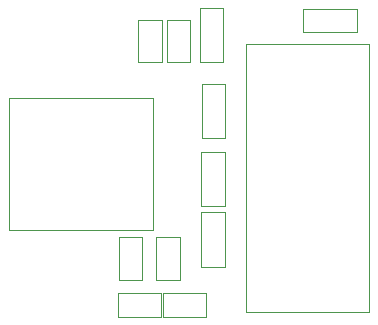
<source format=gbr>
From a88305f09c7c9689f86f8c16a7b1b326ef88f326 Mon Sep 17 00:00:00 2001
From: ShaunakManurkar
Date: Tue, 25 Apr 2017 11:57:32 +0530
Subject: Moved files from Documentation to Resources folder

---
 .../KiCAD_Files/RS232/Gerber/RS232-F.CrtYd.gbr     | 118 +++++++++++++++++++++
 1 file changed, 118 insertions(+)
 create mode 100755 Resources/OpenPLCVersion2/KiCAD_Files/RS232/Gerber/RS232-F.CrtYd.gbr

(limited to 'Resources/OpenPLCVersion2/KiCAD_Files/RS232/Gerber/RS232-F.CrtYd.gbr')

diff --git a/Resources/OpenPLCVersion2/KiCAD_Files/RS232/Gerber/RS232-F.CrtYd.gbr b/Resources/OpenPLCVersion2/KiCAD_Files/RS232/Gerber/RS232-F.CrtYd.gbr
new file mode 100755
index 0000000..d263743
--- /dev/null
+++ b/Resources/OpenPLCVersion2/KiCAD_Files/RS232/Gerber/RS232-F.CrtYd.gbr
@@ -0,0 +1,118 @@
+G04 #@! TF.FileFunction,Other,User*
+%FSLAX46Y46*%
+G04 Gerber Fmt 4.6, Leading zero omitted, Abs format (unit mm)*
+G04 Created by KiCad (PCBNEW 201611211049+7371~55~ubuntu16.10.1-product) date Thu Dec 29 13:08:53 2016*
+%MOMM*%
+%LPD*%
+G01*
+G04 APERTURE LIST*
+%ADD10C,0.100000*%
+%ADD11C,0.050000*%
+G04 APERTURE END LIST*
+D10*
+D11*
+X135143750Y-80726250D02*
+X135143750Y-85326250D01*
+X133143750Y-80726250D02*
+X133143750Y-85326250D01*
+X135143750Y-80726250D02*
+X133143750Y-80726250D01*
+X135143750Y-85326250D02*
+X133143750Y-85326250D01*
+X135080250Y-91041250D02*
+X133080250Y-91041250D01*
+X135080250Y-86441250D02*
+X133080250Y-86441250D01*
+X133080250Y-86441250D02*
+X133080250Y-91041250D01*
+X135080250Y-86441250D02*
+X135080250Y-91041250D01*
+X141686250Y-74342750D02*
+X146286250Y-74342750D01*
+X141686250Y-76342750D02*
+X146286250Y-76342750D01*
+X141686250Y-74342750D02*
+X141686250Y-76342750D01*
+X146286250Y-74342750D02*
+X146286250Y-76342750D01*
+X133080250Y-96184750D02*
+X133080250Y-91584750D01*
+X135080250Y-96184750D02*
+X135080250Y-91584750D01*
+X133080250Y-96184750D02*
+X135080250Y-96184750D01*
+X133080250Y-91584750D02*
+X135080250Y-91584750D01*
+X134985000Y-78881000D02*
+X132985000Y-78881000D01*
+X134985000Y-74281000D02*
+X132985000Y-74281000D01*
+X132985000Y-74281000D02*
+X132985000Y-78881000D01*
+X134985000Y-74281000D02*
+X134985000Y-78881000D01*
+X129008000Y-93063000D02*
+X129008000Y-81913000D01*
+X116858000Y-93063000D02*
+X116858000Y-81913000D01*
+X129008000Y-93063000D02*
+X116858000Y-93063000D01*
+X129008000Y-81913000D02*
+X116858000Y-81913000D01*
+X136871250Y-77337750D02*
+X136871250Y-100037750D01*
+X147271250Y-77337750D02*
+X147271250Y-100037750D01*
+X136871250Y-77337750D02*
+X147271250Y-77337750D01*
+X136871250Y-100037750D02*
+X147271250Y-100037750D01*
+X130191000Y-78889000D02*
+X130191000Y-75289000D01*
+X132191000Y-78889000D02*
+X132191000Y-75289000D01*
+X130191000Y-78889000D02*
+X132191000Y-78889000D01*
+X130191000Y-75289000D02*
+X132191000Y-75289000D01*
+X131302000Y-93704000D02*
+X131302000Y-97304000D01*
+X129302000Y-93704000D02*
+X129302000Y-97304000D01*
+X131302000Y-93704000D02*
+X129302000Y-93704000D01*
+X131302000Y-97304000D02*
+X129302000Y-97304000D01*
+X128127000Y-97304000D02*
+X126127000Y-97304000D01*
+X128127000Y-93704000D02*
+X126127000Y-93704000D01*
+X126127000Y-93704000D02*
+X126127000Y-97304000D01*
+X128127000Y-93704000D02*
+X128127000Y-97304000D01*
+X127778000Y-75289000D02*
+X129778000Y-75289000D01*
+X127778000Y-78889000D02*
+X129778000Y-78889000D01*
+X129778000Y-78889000D02*
+X129778000Y-75289000D01*
+X127778000Y-78889000D02*
+X127778000Y-75289000D01*
+X129899000Y-98441000D02*
+X133499000Y-98441000D01*
+X129899000Y-100441000D02*
+X133499000Y-100441000D01*
+X129899000Y-98441000D02*
+X129899000Y-100441000D01*
+X133499000Y-98441000D02*
+X133499000Y-100441000D01*
+X126089000Y-100441000D02*
+X126089000Y-98441000D01*
+X129689000Y-100441000D02*
+X129689000Y-98441000D01*
+X129689000Y-98441000D02*
+X126089000Y-98441000D01*
+X129689000Y-100441000D02*
+X126089000Y-100441000D01*
+M02*
-- 
cgit 


</source>
